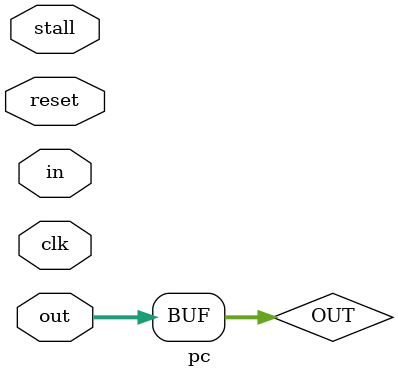
<source format=v>
`timescale 1ns / 1ps
module pc(
	input clk,
	input reset,
	input stall,//ÔÝÍ£»úÖÆ
	input [31:0] in,
	input [31:0] out
    );
	
	reg [31:0] OUT;
	assign out = OUT;
	
	always @(posedge clk) begin
		if(reset) OUT <= 32'h00003000;
		else begin
			if(stall);//¶³½á
			else OUT <= in;
		end
	end

endmodule

</source>
